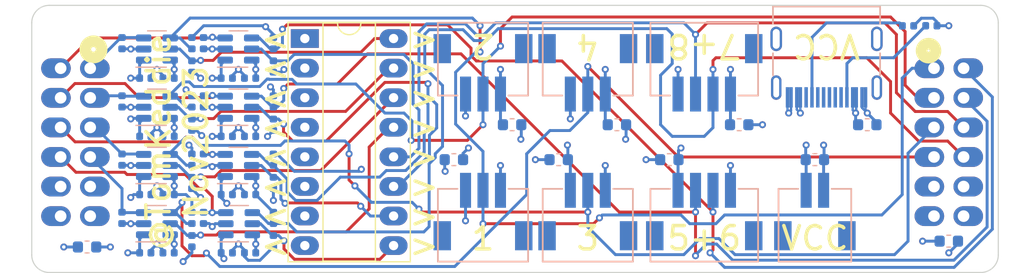
<source format=kicad_pcb>
(kicad_pcb (version 20221018) (generator pcbnew)
  (layers (0 "F.Cu" signal) (1 "In1.Cu" signal) (2 "In2.Cu" signal) (31 "B.Cu" signal) (34 "B.Paste" user) (35 "F.Paste" user) (36 "B.SilkS" user "B.Silkscreen") (37 "F.SilkS" user "F.Silkscreen") (38 "B.Mask" user) (39 "F.Mask" user) (44 "Edge.Cuts" user))
  (net 0 "")
  (net 1 "+3.3V")
  (net 2 "GND")
  (net 3 "VCC")
  (net 4 "/A1")
  (net 5 "/A2")
  (net 6 "/A3")
  (net 7 "/A4")
  (net 8 "/A5")
  (net 9 "/A6")
  (net 10 "/A7")
  (net 11 "/A8")
  (net 12 "/B1")
  (net 13 "/B2")
  (net 14 "/B3")
  (net 15 "/B4")
  (net 16 "/B5")
  (net 17 "/B6")
  (net 18 "/B7")
  (net 19 "/B8")
  (net 20 "Net-(J9-CC1)")
  (net 24 "Net-(J9-CC2)")
  (net 28 "/DIR1")
  (net 29 "/DIR2")
  (net 30 "/DIR3")
  (net 31 "/DIR4")
  (net 32 "/DIR5")
  (net 33 "/DIR6")
  (net 34 "/DIR7")
  (net 35 "/DIR8")
  (footprint "tom-connectors:PMOD_2X6_PTH_RA_SOCKET" (layer "F.Cu") (at 129 100 90)
    (fp_text reference "J2" hide)
    (fp_text value "PMOD-2x6-FEMALE" hide)
  )
  (footprint "tom-connectors:PMOD_2X6_PTH_RA_PLUG" (layer "F.Cu") (at 54 100 -90)
    (fp_text reference "J1" hide)
    (fp_text value "PMOD-2x6-MALE" hide)
  )
  (footprint "tom-semiconductors:DIP-16_W7.62mm_Socket_LongPads" (layer "F.Cu") (at 73.7 91.1)
    (fp_text reference "SW1" hide)
    (fp_text value "SW_DIP_x08" hide)
  )
  (footprint "tom-passives:R_0402_1005Metric" (layer "B.Cu") (at 64 101.5 -90)
    (fp_text reference "R7" hide)
    (fp_text value "100k" hide)
  )
  (footprint "tom-semiconductors:SOT-23-6" (layer "B.Cu") (at 68 97)
    (fp_text reference "U6" hide)
    (fp_text value "SN74LVC1T45DBV" hide)
  )
  (footprint "tom-semiconductors:SOT-23-6" (layer "B.Cu") (at 61 97)
    (fp_text reference "U2" hide)
    (fp_text value "SN74LVC1T45DBV" hide)
  )
  (footprint "tom-passives:C_0603_1608Metric" (layer "B.Cu") (at 95.5 101.5)
    (fp_text reference "C20" hide)
    (fp_text value "10uF/10V/X5R " hide)
  )
  (footprint "tom-passives:R_0402_1005Metric" (layer "B.Cu") (at 71 101.5 -90)
    (fp_text reference "R19" hide)
    (fp_text value "100k" hide)
  )
  (footprint "tom-passives:C_0603_1608Metric" (layer "B.Cu") (at 111 98.5 180)
    (fp_text reference "C23" hide)
    (fp_text value "10uF/10V/X5R " hide)
  )
  (footprint "tom-passives:C_0603_1608Metric" (layer "B.Cu") (at 129 108.5)
    (fp_text reference "C26" hide)
    (fp_text value "10uF/10V/X5R " hide)
  )
  (footprint "tom-passives:R_0402_1005Metric" (layer "B.Cu") (at 71 96.5 -90)
    (fp_text reference "R16" hide)
    (fp_text value "100k" hide)
  )
  (footprint "tom-semiconductors:SOT-23-6" (layer "B.Cu") (at 61 92)
    (fp_text reference "U1" hide)
    (fp_text value "SN74LVC1T45DBV" hide)
  )
  (footprint "tom-connectors:CONN_ZH_3P_HORIZ_C722679" (layer "B.Cu") (at 90.5 104.1333 180)
    (fp_text reference "J3" hide)
    (fp_text value "Conn_01x03" hide)
  )
  (footprint "tom-passives:C_0402_1005Metric" (layer "B.Cu") (at 69 109.5 180)
    (fp_text reference "C16" hide)
    (fp_text value "100nF/16V/X7R " hide)
  )
  (footprint "tom-passives:C_0402_1005Metric" (layer "B.Cu") (at 62 99.5 180)
    (fp_text reference "C4" hide)
    (fp_text value "100nF/16V/X7R " hide)
  )
  (footprint "tom-passives:R_0402_1005Metric" (layer "B.Cu") (at 65 106.5 -90)
    (fp_text reference "R23" hide)
    (fp_text value "100k" hide)
  )
  (footprint "tom-passives:C_0402_1005Metric" (layer "B.Cu") (at 62 109.5 180)
    (fp_text reference "C8" hide)
    (fp_text value "100nF/16V/X7R " hide)
  )
  (footprint "tom-passives:C_0402_1005Metric" (layer "B.Cu") (at 60 109.5)
    (fp_text reference "C7" hide)
    (fp_text value "100nF/16V/X7R " hide)
  )
  (footprint "tom-passives:R_0402_1005Metric" (layer "B.Cu") (at 65 96.5 -90)
    (fp_text reference "R17" hide)
    (fp_text value "100k" hide)
  )
  (footprint "tom-passives:C_0402_1005Metric" (layer "B.Cu") (at 60 104.5)
    (fp_text reference "C5" hide)
    (fp_text value "100nF/16V/X7R " hide)
  )
  (footprint "tom-passives:R_0402_1005Metric" (layer "B.Cu") (at 64 91.5 -90)
    (fp_text reference "R2" hide)
    (fp_text value "100k" hide)
  )
  (footprint "tom-passives:R_0402_1005Metric" (layer "B.Cu") (at 65 101.5 -90)
    (fp_text reference "R20" hide)
    (fp_text value "100k" hide)
  )
  (footprint "tom-passives:R_0402_1005Metric" (layer "B.Cu") (at 58 91.5 -90)
    (fp_text reference "R1" hide)
    (fp_text value "100k" hide)
  )
  (footprint "tom-passives:R_0402_1005Metric" (layer "B.Cu") (at 71 93.5 -90)
    (fp_text reference "R15" hide)
    (fp_text value "100k" hide)
  )
  (footprint "tom-passives:R_0402_1005Metric" (layer "B.Cu") (at 71 106.5 -90)
    (fp_text reference "R22" hide)
    (fp_text value "100k" hide)
  )
  (footprint "tom-semiconductors:SOT-23-6" (layer "B.Cu") (at 68.05369 107)
    (fp_text reference "U8" hide)
    (fp_text value "SN74LVC1T45DBV" hide)
  )
  (footprint "tom-passives:R_0402_1005Metric" (layer "B.Cu") (at 71 103.5 -90)
    (fp_text reference "R21" hide)
    (fp_text value "100k" hide)
  )
  (footprint "tom-passives:C_0402_1005Metric" (layer "B.Cu") (at 67 94.5)
    (fp_text reference "C9" hide)
    (fp_text value "100nF/16V/X7R " hide)
  )
  (footprint "tom-passives:C_0402_1005Metric" (layer "B.Cu") (at 62 94.5 180)
    (fp_text reference "C2" hide)
    (fp_text value "100nF/16V/X7R " hide)
  )
  (footprint "tom-passives:C_0402_1005Metric" (layer "B.Cu") (at 69 104.5 180)
    (fp_text reference "C14" hide)
    (fp_text value "100nF/16V/X7R " hide)
  )
  (footprint "tom-passives:R_0402_1005Metric" (layer "B.Cu") (at 127.5 90)
    (fp_text reference "R26" hide)
    (fp_text value "5.1k" hide)
  )
  (footprint "tom-passives:R_0402_1005Metric" (layer "B.Cu") (at 65 91.5 -90)
    (fp_text reference "R14" hide)
    (fp_text value "100k" hide)
  )
  (footprint "tom-semiconductors:SOT-23-6" (layer "B.Cu") (at 61 102)
    (fp_text reference "U3" hide)
    (fp_text value "SN74LVC1T45DBV" hide)
  )
  (footprint "tom-passives:C_0402_1005Metric" (layer "B.Cu") (at 60 99.5)
    (fp_text reference "C3" hide)
    (fp_text value "100nF/16V/X7R " hide)
  )
  (footprint "tom-connectors:USB_C_Receptacle_LCSC_C165948" (layer "B.Cu") (at 118.5 93)
    (fp_text reference "J9" hide)
    (fp_text value "USB_C_Receptacle_USB2.0" hide)
  )
  (footprint "tom-passives:R_0402_1005Metric" (layer "B.Cu") (at 64 108.5 -90)
    (fp_text reference "R12" hide)
    (fp_text value "100k" hide)
  )
  (footprint "tom-passives:C_0402_1005Metric" (layer "B.Cu") (at 69 99.5 180)
    (fp_text reference "C12" hide)
    (fp_text value "100nF/16V/X7R " hide)
  )
  (footprint "tom-connectors:CONN_ZH_4P_HORIZ_C5248024" (layer "B.Cu") (at 110.25 104.1333 180)
    (fp_text reference "J7" hide)
    (fp_text value "Conn_01x04" hide)
  )
  (footprint "tom-passives:C_0402_1005Metric" (layer "B.Cu") (at 62 104.5 180)
    (fp_text reference "C6" hide)
    (fp_text value "100nF/16V/X7R " hide)
  )
  (footprint "tom-passives:C_0402_1005Metric" (layer "B.Cu") (at 67 104.5)
    (fp_text reference "C13" hide)
    (fp_text value "100nF/16V/X7R " hide)
  )
  (footprint "tom-passives:C_0603_1608Metric" (layer "B.Cu") (at 105 101.5)
    (fp_text reference "C22" hide)
    (fp_text value "10uF/10V/X5R " hide)
  )
  (footprint "tom-passives:C_0603_1608Metric" (layer "B.Cu") (at 100.5 98.5 180)
    (fp_text reference "C21" hide)
    (fp_text value "10uF/10V/X5R " hide)
  )
  (footprint "tom-passives:C_0402_1005Metric" (layer "B.Cu") (at 69 94.5 180)
    (fp_text reference "C10" hide)
    (fp_text value "100nF/16V/X7R " hide)
  )
  (footprint "tom-connectors:CONN_ZH_2P_HORIZ_C265329" (layer "B.Cu") (at 118.25 104.1333 180)
    (fp_text reference "J10" hide)
    (fp_text value "VCCB" hide)
  )
  (footprint "tom-semiconductors:SOT-23-6" (layer "B.Cu") (at 61 107)
    (fp_text reference "U4" hide)
    (fp_text value "SN74LVC1T45DBV" hide)
  )
  (footprint "tom-passives:R_0402_1005Metric" (layer "B.Cu") (at 58 101.5 -90)
    (fp_text reference "R8" hide)
    (fp_text value "100k" hide)
  )
  (footprint "tom-passives:C_0402_1005Metric" (layer "B.Cu") (at 60 94.5)
    (fp_text reference "C1" hide)
    (fp_text value "100nF/16V/X7R " hide)
  )
  (footprint "tom-passives:C_0402_1005Metric" (layer "B.Cu") (at 67 109.5)
    (fp_text reference "C15" hide)
    (fp_text value "100nF/16V/X7R " hide)
  )
  (footprint "tom-connectors:CONN_ZH_3P_HORIZ_C722679" (layer "B.Cu") (at 96.5 95.8667)
    (fp_text reference "J6" hide)
    (fp_text value "Conn_01x03" hide)
  )
  (footprint "tom-passives:R_0402_1005Metric" (layer "B.Cu") (at 64 106.5 -90)
    (fp_text reference "R10" hide)
    (fp_text value "100k" hide)
  )
  (footprint "tom-semiconductors:SOT-23-6" (layer "B.Cu") (at 68 102)
    (fp_text reference "U7" hide)
    (fp_text value "SN74LVC1T45DBV" hide)
  )
  (footprint "tom-passives:R_0402_1005Metric" (layer "B.Cu") (at 64 96.5 -90)
    (fp_text reference "R4" hide)
    (fp_text value "100k" hide)
  )
  (footprint "tom-passives:R_0402_1005Metric" (layer "B.Cu") (at 71 98.5 -90)
    (fp_text reference "R18" hide)
    (fp_text value "100k" hide)
  )
  (footprint "tom-passives:R_0402_1005Metric" (layer "B.Cu") (at 58 106.5 -90)
    (fp_text reference "R11" hide)
    (fp_text value "100k" hide)
  )
  (footprint "tom-passives:R_0402_1005Metric" (layer "B.Cu") (at 64 93.5 -90)
    (fp_text reference "R3" hide)
    (fp_text value "100k" hide)
  )
  (footprint "tom-connectors:CONN_ZH_3P_HORIZ_C722679" (layer "B.Cu") (at 87.5 95.8667)
    (fp_text reference "J4" hide)
    (fp_text value "Conn_01x03" hide)
  )
  (footprint "tom-passives:R_0402_1005Metric" (layer "B.Cu") (at 64 98.5 -90)
    (fp_text reference "R6" hide)
    (fp_text value "100k" hide)
  )
  (footprint "tom-passives:R_0402_1005Metric" (layer "B.Cu") (at 71 91.5 -90)
    (fp_text reference "R13" hide)
    (fp_text value "100k" hide)
  )
  (footprint "tom-connectors:CONN_ZH_3P_HORIZ_C722679" (layer "B.Cu") (at 99.5 104.1333 180)
    (fp_text reference "J5" hide)
    (fp_text value "Conn_01x03" hide)
  )
  (footprint "tom-passives:C_0603_1608Metric" (layer "B.Cu") (at 91.5 98.5 180)
    (fp_text reference "C19" hide)
    (fp_text value "10uF/10V/X5R " hide)
  )
  (footprint "tom-passives:C_0603_1608Metric" (layer "B.Cu") (at 86.5 101.5)
    (fp_text reference "C18" hide)
    (fp_text value "10uF/10V/X5R " hide)
  )
  (footprint "tom-passives:C_0603_1608Metric" (layer "B.Cu") (at 122 98.5)
    (fp_text reference "C17" hide)
    (fp_text value "10uF/10V/X5R " hide)
  )
  (footprint "tom-passives:C_0402_1005Metric" (layer "B.Cu") (at 67 99.5)
    (fp_text reference "C11" hide)
    (fp_text value "100nF/16V/X7R " hide)
  )
  (footprint "tom-semiconductors:SOT-23-6" (layer "B.Cu") (at 68 92)
    (fp_text reference "U5" hide)
    (fp_text value "SN74LVC1T45DBV" hide)
  )
  (footprint "tom-passives:R_0402_1005Metric" (layer "B.Cu") (at 58 96.5 -90)
    (fp_text reference "R5" hide)
    (fp_text value "100k" hide)
  )
  (footprint "tom-passives:R_0402_1005Metric" (layer "B.Cu") (at 125.5 90.01)
    (fp_text reference "R25" hide)
    (fp_text value "5.1k" hide)
  )
  (footprint "tom-passives:R_0402_1005Metric" (layer "B.Cu") (at 71 108.5 -90)
    (fp_text reference "R24" hide)
    (fp_text value "100k" hide)
  )
  (footprint "tom-connectors:CONN_ZH_4P_HORIZ_C5248024" (layer "B.Cu") (at 105.75 95.8667)
    (fp_text reference "J8" hide)
    (fp_text value "Conn_01x04" hide)
  )
  (footprint "tom-passives:C_0603_1608Metric" (layer "B.Cu") (at 55 109 180)
    (fp_text reference "C25" hide)
    (fp_text value "10uF/10V/X5R " hide)
  )
  (footprint "tom-passives:R_0402_1005Metric" (layer "B.Cu") (at 64 103.5 -90)
    (fp_text reference "R9" hide)
    (fp_text value "100k" hide)
  )
  (footprint "tom-passives:C_0603_1608Metric" (layer "B.Cu") (at 117.5 101.5)
    (fp_text reference "C24" hide)
    (fp_text value "10uF/10V/X5R " hide)
  )
  (gr_line (start 133.25 89.75) (end 133.25 109.68934) (stroke (width 0.1)) (layer "Edge.Cuts"))
  (gr_arc (start 131.75 88.25) (mid 132.81066 88.68934) (end 133.25 89.75) (stroke (width 0.1)) (layer "Edge.Cuts"))
  (gr_line (start 50.25 89.75) (end 50.25 109.68934) (stroke (width 0.1)) (layer "Edge.Cuts"))
  (gr_arc (start 51.75 111.18934) (mid 50.68934 110.75) (end 50.25 109.68934) (stroke (width 0.1)) (layer "Edge.Cuts"))
  (gr_arc (start 133.25 109.68934) (mid 132.81066 110.75) (end 131.75 111.18934) (stroke (width 0.1)) (layer "Edge.Cuts"))
  (gr_arc (start 50.25 89.75) (mid 50.68934 88.68934) (end 51.75 88.25) (stroke (width 0.1)) (layer "Edge.Cuts"))
  (gr_line (start 131.75 111.18934) (end 51.75 111.18934) (stroke (width 0.1)) (layer "Edge.Cuts"))
  (gr_line (start 51.75 88.25) (end 131.75 88.25) (stroke (width 0.1)) (layer "Edge.Cuts"))
  (gr_text ">" (at 82.5 92.25) (layer "F.SilkS") (effects (font (size 2 2) (thickness 0.3)) (justify left bottom)))
  (gr_text "<" (at 69.75 109.999998) (layer "F.SilkS") (effects (font (size 2 2) (thickness 0.3)) (justify left bottom)))
  (gr_text ">" (at 82.5 94.785714) (layer "F.SilkS") (effects (font (size 2 2) (thickness 0.3)) (justify left bottom)))
  (gr_text "@TomKeddie\nNov2023" (at 62.75 100 90) (layer "F.SilkS") (effects (font (size 2 2) (thickness 0.3))))
  (gr_text "1" (at 89 108.25) (layer "F.SilkS") (effects (font (size 2 2) (thickness 0.3))))
  (gr_text "<" (at 69.75 104.92857) (layer "F.SilkS") (effects (font (size 2 2) (thickness 0.3)) (justify left bottom)))
  (gr_text "<" (at 69.75 94.785714) (layer "F.SilkS") (effects (font (size 2 2) (thickness 0.3)) (justify left bottom)))
  (gr_text "VCC" (at 117.5 108.25) (layer "F.SilkS") (effects (font (size 2 2) (thickness 0.3))))
  (gr_text "VCC" (at 118.5 91.75 180) (layer "F.SilkS") (effects (font (size 2 2) (thickness 0.3))))
  (gr_text "3" (at 98 108.25) (layer "F.SilkS") (effects (font (size 2 2) (thickness 0.3))))
  (gr_text "4" (at 98 91.75 180) (layer "F.SilkS") (effects (font (size 2 2) (thickness 0.3))))
  (gr_text ">" (at 82.5 107.464284) (layer "F.SilkS") (effects (font (size 2 2) (thickness 0.3)) (justify left bottom)))
  (gr_text "7+8" (at 108 91.75 180) (layer "F.SilkS") (effects (font (size 2 2) (thickness 0.3))))
  (gr_text "<" (at 69.75 92.25) (layer "F.SilkS") (effects (font (size 2 2) (thickness 0.3)) (justify left bottom)))
  (gr_text ">" (at 82.5 109.999998) (layer "F.SilkS") (effects (font (size 2 2) (thickness 0.3)) (justify left bottom)))
  (gr_text "5+6" (at 108 108.25) (layer "F.SilkS") (effects (font (size 2 2) (thickness 0.3))))
  (gr_text "<" (at 69.75 99.857142) (layer "F.SilkS") (effects (font (size 2 2) (thickness 0.3)) (justify left bottom)))
  (gr_text ">" (at 82.5 97.321428) (layer "F.SilkS") (effects (font (size 2 2) (thickness 0.3)) (justify left bottom)))
  (gr_text "<" (at 69.75 102.392856) (layer "F.SilkS") (effects (font (size 2 2) (thickness 0.3)) (justify left bottom)))
  (gr_text ">" (at 82.5 102.392856) (layer "F.SilkS") (effects (font (size 2 2) (thickness 0.3)) (justify left bottom)))
  (gr_text ">" (at 82.5 99.857142) (layer "F.SilkS") (effects (font (size 2 2) (thickness 0.3)) (justify left bottom)))
  (gr_text "2" (at 89 91.75 180) (layer "F.SilkS") (effects (font (size 2 2) (thickness 0.3))))
  (gr_text ">" (at 82.5 104.92857) (layer "F.SilkS") (effects (font (size 2 2) (thickness 0.3)) (justify left bottom)))
  (gr_text "<" (at 69.75 97.321428) (layer "F.SilkS") (effects (font (size 2 2) (thickness 0.3)) (justify left bottom)))
  (gr_text "<" (at 69.75 107.464284) (layer "F.SilkS") (effects (font (size 2 2) (thickness 0.3)) (justify left bottom)))
  (via (at 58.5 109.5) (size 0.6) (drill 0.3) (layers "F.Cu" "B.Cu") (net 1))
  (via (at 67 105.25) (size 0.6) (drill 0.3) (layers "F.Cu" "B.Cu") (net 1))
  (via (at 58.75 94.5) (size 0.6) (drill 0.3) (layers "F.Cu" "B.Cu") (net 1))
  (via (at 66.75 110) (size 0.6) (drill 0.3) (layers "F.Cu" "B.Cu") (net 1))
  (via (at 65.75 94.5) (size 0.6) (drill 0.3) (layers "F.Cu" "B.Cu") (net 1))
  (via (at 58.75 104.75) (size 0.6) (drill 0.3) (layers "F.Cu" "B.Cu") (net 1))
  (via (at 57 109) (size 0.6) (drill 0.3) (layers "F.Cu" "B.Cu") (net 1))
  (via (at 65.75 99.5) (size 0.6) (drill 0.3) (layers "F.Cu" "B.Cu") (net 1))
  (via (at 58.75 98) (size 0.6) (drill 0.3) (layers "F.Cu" "B.Cu") (net 1))
  (segment (start 59.8625 97.95) (end 59.515 98.2975) (width 0.25) (layer "B.Cu") (net 1))
  (segment (start 59.8625 92.95) (end 59.515 93.2975) (width 0.25) (layer "B.Cu") (net 1))
  (segment (start 59.515 93.2975) (end 59.515 94.5) (width 0.25) (layer "B.Cu") (net 1))
  (segment (start 66.515 98.2975) (end 66.515 99.5) (width 0.25) (layer "B.Cu") (net 1))
  (segment (start 66.515 109.5) (end 66.515 109.765) (width 0.25) (layer "B.Cu") (net 1))
  (segment (start 66.8625 92.95) (end 66.515 93.2975) (width 0.25) (layer "B.Cu") (net 1))
  (segment (start 59.515 109.5) (end 58.5 109.5) (width 0.25) (layer "B.Cu") (net 1))
  (segment (start 66.8625 102.95) (end 66.515 103.2975) (width 0.25) (layer "B.Cu") (net 1))
  (segment (start 59 104.5) (end 58.75 104.75) (width 0.25) (layer "B.Cu") (net 1))
  (segment (start 66.91619 107.95) (end 66.515 108.35119) (width 0.25) (layer "B.Cu") (net 1))
  (segment (start 59.8625 97.95) (end 58.8 97.95) (width 0.25) (layer "B.Cu") (net 1))
  (segment (start 59.8625 107.95) (end 59.515 108.2975) (width 0.25) (layer "B.Cu") (net 1))
  (segment (start 66.515 94.5) (end 65.75 94.5) (width 0.25) (layer "B.Cu") (net 1))
  (segment (start 66.8625 97.95) (end 66.515 98.2975) (width 0.25) (layer "B.Cu") (net 1))
  (segment (start 66.515 103.2975) (end 66.515 104.5) (width 0.25) (layer "B.Cu") (net 1))
  (segment (start 66.515 104.765) (end 67 105.25) (width 0.25) (layer "B.Cu") (net 1))
  (segment (start 66.515 109.765) (end 66.75 110) (width 0.25) (layer "B.Cu") (net 1))
  (segment (start 66.515 104.5) (end 66.515 104.765) (width 0.25) (layer "B.Cu") (net 1))
  (segment (start 59.515 98.2975) (end 59.515 99.5) (width 0.25) (layer "B.Cu") (net 1))
  (segment (start 59.515 94.5) (end 58.75 94.5) (width 0.25) (layer "B.Cu") (net 1))
  (segment (start 59.8625 102.95) (end 59.515 103.2975) (width 0.25) (layer "B.Cu") (net 1))
  (segment (start 58.8 97.95) (end 58.75 98) (width 0.25) (layer "B.Cu") (net 1))
  (segment (start 59.515 108.2975) (end 59.515 109.5) (width 0.25) (layer "B.Cu") (net 1))
  (segment (start 66.515 108.35119) (end 66.515 109.5) (width 0.25) (layer "B.Cu") (net 1))
  (segment (start 59.515 104.5) (end 59 104.5) (width 0.25) (layer "B.Cu") (net 1))
  (segment (start 59.515 103.2975) (end 59.515 104.5) (width 0.25) (layer "B.Cu") (net 1))
  (segment (start 66.515 93.2975) (end 66.515 94.5) (width 0.25) (layer "B.Cu") (net 1))
  (segment (start 55.7875 109) (end 57 109) (width 0.25) (layer "B.Cu") (net 1))
  (segment (start 66.515 99.5) (end 65.75 99.5) (width 0.25) (layer "B.Cu") (net 1))
  (via (at 71.905483 93.757998) (size 0.6) (drill 0.3) (layers "F.Cu" "B.Cu") (net 2))
  (via (at 85.75 102.5) (size 0.6) (drill 0.3) (layers "F.Cu" "B.Cu") (net 2))
  (via (at 68 93.75) (size 0.6) (drill 0.3) (layers "F.Cu" "B.Cu") (net 2))
  (via (at 90.5 102) (size 0.6) (drill 0.3) (layers "F.Cu" "B.Cu") (net 2))
  (via (at 99.5 102) (size 0.6) (drill 0.3) (layers "F.Cu" "B.Cu") (net 2))
  (via (at 101.25 99.75) (size 0.6) (drill 0.3) (layers "F.Cu" "B.Cu") (net 2))
  (via (at 70.5 99.5) (size 0.6) (drill 0.3) (layers "F.Cu" "B.Cu") (net 2))
  (via (at 58.75 92) (size 0.6) (drill 0.3) (layers "F.Cu" "B.Cu") (net 2))
  (via (at 61 93.75) (size 0.6) (drill 0.3) (layers "F.Cu" "B.Cu") (net 2))
  (via (at 63.25 110.25) (size 0.6) (drill 0.3) (layers "F.Cu" "B.Cu") (net 2))
  (via (at 58.75 107) (size 0.6) (drill 0.3) (layers "F.Cu" "B.Cu") (net 2))
  (via (at 64.842724 99.433533) (size 0.6) (drill 0.3) (layers "F.Cu" "B.Cu") (net 2))
  (via (at 129 90) (size 0.6) (drill 0.3) (layers "F.Cu" "B.Cu") (net 2))
  (via (at 65.75 97) (size 0.6) (drill 0.3) (layers "F.Cu" "B.Cu") (net 2))
  (via (at 110.25 102) (size 0.6) (drill 0.3) (layers "F.Cu" "B.Cu") (net 2))
  (via (at 103 101.5) (size 0.6) (drill 0.3) (layers "F.Cu" "B.Cu") (net 2))
  (via (at 65.75 92) (size 0.6) (drill 0.3) (layers "F.Cu" "B.Cu") (net 2))
  (via (at 68 103.75) (size 0.6) (drill 0.3) (layers "F.Cu" "B.Cu") (net 2))
  (via (at 61 103.75) (size 0.6) (drill 0.3) (layers "F.Cu" "B.Cu") (net 2))
  (via (at 61 108.75) (size 0.6) (drill 0.3) (layers "F.Cu" "B.Cu") (net 2))
  (via (at 105.75 93.75) (size 0.6) (drill 0.3) (layers "F.Cu" "B.Cu") (net 2))
  (via (at 122 97.5) (size 0.6) (drill 0.3) (layers "F.Cu" "B.Cu") (net 2))
  (via (at 64.75 104.75) (size 0.6) (drill 0.3) (layers "F.Cu" "B.Cu") (net 2))
  (via (at 113 98.5) (size 0.6) (drill 0.3) (layers "F.Cu" "B.Cu") (net 2))
  (via (at 64.75 94.5) (size 0.6) (drill 0.3) (layers "F.Cu" "B.Cu") (net 2))
  (via (at 71 105) (size 0.6) (drill 0.3) (layers "F.Cu" "B.Cu") (net 2))
  (via (at 68 98.75) (size 0.6) (drill 0.3) (layers "F.Cu" "B.Cu") (net 2))
  (via (at 68 108.75) (size 0.6) (drill 0.3) (layers "F.Cu" "B.Cu") (net 2))
  (via (at 53 109) (size 0.6) (drill 0.3) (layers "F.Cu" "B.Cu") (net 2))
  (via (at 65.75 107.25) (size 0.6) (drill 0.3) (layers "F.Cu" "B.Cu") (net 2))
  (via (at 93.5 101.5) (size 0.6) (drill 0.3) (layers "F.Cu" "B.Cu") (net 2))
  (via (at 92.25 99.75) (size 0.6) (drill 0.3) (layers "F.Cu" "B.Cu") (net 2))
  (via (at 65.748191 102.09983) (size 0.6) (drill 0.3) (layers "F.Cu" "B.Cu") (net 2))
  (via (at 58.75 97) (size 0.6) (drill 0.3) (layers "F.Cu" "B.Cu") (net 2))
  (via (at 129 109.5) (size 0.6) (drill 0.3) (layers "F.Cu" "B.Cu") (net 2))
  (via (at 58.75 102) (size 0.6) (drill 0.3) (layers "F.Cu" "B.Cu") (net 2))
  (via (at 115.25 97.5) (size 0.6) (drill 0.3) (layers "F.Cu" "B.Cu") (net 2))
  (via (at 118.25 100.25) (size 0.6) (drill 0.3) (layers "F.Cu" "B.Cu") (net 2))
  (via (at 61 98.75) (size 0.6) (drill 0.3) (layers "F.Cu" "B.Cu") (net 2))
  (via (at 96.5 98) (size 0.6) (drill 0.3) (layers "F.Cu" "B.Cu") (net 2))
  (via (at 87.5 97.75) (size 0.6) (drill 0.3) (layers "F.Cu" "B.Cu") (net 2))
  (segment (start 121.85 97.35) (end 122 97.5) (width 0.2) (layer "B.Cu") (net 2))
  (segment (start 67.485 94.5) (end 67.485 94.265) (width 0.25) (layer "B.Cu") (net 2))
  (segment (start 68.840001 110.145) (end 68.515 109.819999) (width 0.25) (layer "B.Cu") (net 2))
  (segment (start 65.735 96.985) (end 65.75 97) (width 0.25) (layer "B.Cu") (net 2))
  (segment (start 58.75 102) (end 59.8625 102) (width 0.25) (layer "B.Cu") (net 2))
  (segment (start 65 106.985) (end 65.485 106.985) (width 0.25) (layer "B.Cu") (net 2))
  (segment (start 111.7875 98.5) (end 113 98.5) (width 0.25) (layer "B.Cu") (net 2))
  (segment (start 90.5 104.1333) (end 90.5 102) (width 0.25) (layer "B.Cu") (net 2))
  (segment (start 61.515 99.265) (end 61 98.75) (width 0.25) (layer "B.Cu") (net 2))
  (segment (start 105.75 95.8667) (end 105.75 93.75) (width 0.25) (layer "B.Cu") (net 2))
  (segment (start 71 99) (end 70.5 99.5) (width 0.25) (layer "B.Cu") (net 2))
  (segment (start 58.75 92) (end 59.8625 92) (width 0.25) (layer "B.Cu") (net 2))
  (segment (start 68.515 94.265) (end 68 93.75) (width 0.25) (layer "B.Cu") (net 2))
  (segment (start 66.8625 102) (end 65.848021 102) (width 0.25) (layer "B.Cu") (net 2))
  (segment (start 61.515 99.5) (end 61.515 99.265) (width 0.25) (layer "B.Cu") (net 2))
  (segment (start 85.7125 102.4625) (end 85.75 102.5) (width 0.25) (layer "B.Cu") (net 2))
  (segment (start 87.5 95.8667) (end 87.5 97.75) (width 0.25) (layer "B.Cu") (net 2))
  (segment (start 65 96.985) (end 65.735 96.985) (width 0.25) (layer "B.Cu") (net 2))
  (segment (start 60.485 94.265) (end 61 93.75) (width 0.25) (layer "B.Cu") (net 2))
  (segment (start 71 103.985) (end 71 105) (width 0.25) (layer "B.Cu") (net 2))
  (segment (start 58.735 101.985) (end 58.75 102) (width 0.25) (layer "B.Cu") (net 2))
  (segment (start 92.2875 98.5) (end 92.2875 99.7125) (width 0.25) (layer "B.Cu") (net 2))
  (segment (start 64.235 93.985) (end 64.75 94.5) (width 0.25) (layer "B.Cu") (net 2))
  (segment (start 61.515 104.5) (end 61.515 104.265) (width 0.25) (layer "B.Cu") (net 2))
  (segment (start 58 96.985) (end 58.735 96.985) (width 0.25) (layer "B.Cu") (net 2))
  (segment (start 127.985 90) (end 129 90) (width 0.25) (layer "B.Cu") (net 2))
  (segment (start 65.485 106.985) (end 65.75 107.25) (width 0.25) (layer "B.Cu") (net 2))
  (segment (start 60.485 109.265) (end 61 108.75) (width 0.25) (layer "B.Cu") (net 2))
  (segment (start 69.84 110.145) (end 68.840001 110.145) (width 0.25) (layer "B.Cu") (net 2))
  (segment (start 65.75 97) (end 66.8625 97) (width 0.25) (layer "B.Cu") (net 2))
  (segment (start 64 109.5) (end 63.25 110.25) (width 0.25) (layer "B.Cu") (net 2))
  (segment (start 60.485 99.5) (end 60.485 99.265) (width 0.25) (layer "B.Cu") (net 2))
  (segment (start 101.2875 98.5) (end 101.2875 99.7125) (width 0.25) (layer "B.Cu") (net 2))
  (segment (start 129.7875 108.7125) (end 129 109.5) (width 0.25) (layer "B.Cu") (net 2))
  (segment (start 125.985 90.01) (end 126.64 89.355) (width 0.25) (layer "B.Cu") (net 2))
  (segment (start 60.485 94.5) (end 60.485 94.265) (width 0.25) (layer "B.Cu") (net 2))
  (segment (start 60.485 99.265) (end 61 98.75) (width 0.25) (layer "B.Cu") (net 2))
  (segment (start 58.735 96.985) (end 58.75 97) (width 0.25) (layer "B.Cu") (net 2))
  (segment (start 68.515 94.5) (end 68.515 94.265) (width 0.25) (layer "B.Cu") (net 2))
  (segment (start 115.45 97.3) (end 115.25 97.5) (width 0.2) (layer "B.Cu") (net 2))
  (segment (start 127.985 89.680001) (end 127.985 90) (width 0.25) (layer "B.Cu") (net 2))
  (segment (start 68.515 99.265) (end 68 98.75) (width 0.25) (layer "B.Cu") (net 2))
  (segment (start 64 108.985) (end 64 109.5) (width 0.25) (layer "B.Cu") (net 2))
  (segment (start 71 93.985) (end 71.678481 93.985) (width 0.25) (layer "B.Cu") (net 2))
  (segment (start 61.515 109.5) (end 61.515 109.265) (width 0.25) (layer "B.Cu") (net 2))
  (segment (start 58 106.985) (end 58.735 106.985) (width 0.25) (layer "B.Cu") (net 2))
  (segment (start 110.25 104.1333) (end 110.25 102) (width 0.25) (layer "B.Cu") (net 2))
  (segment (start 64 93.985) (end 64.235 93.985) (width 0.25) (layer "B.Cu") (net 2))
  (segment (start 61.515 94.265) (end 61 93.75) (width 0.25) (layer "B.Cu") (net 2))
  (segment (start 68.515 104.265) (end 68 103.75) (width 0.25) (layer "B.Cu") (net 2))
  (segment (start 101.2875 99.7125) (end 101.25 99.75) (width 0.2) (layer "B.Cu") (net 2))
  (segment (start 67.485 99.5) (end 67.485 99.265) (width 0.25) (layer "B.Cu") (net 2))
  (segment (start 67.485 109.5) (end 67.485 109.265) (width 0.25) (layer "B.Cu") (net 2))
  (segment (start 71 108.985) (end 69.84 110.145) (width 0.25) (layer "B.Cu") (net 2))
  (segment (start 60.485 109.5) (end 60.485 109.265) (width 0.25) (layer "B.Cu") (net 2))
  (segment (start 58.75 97) (end 59.8625 97) (width 0.25) (layer "B.Cu") (net 2))
  (segment (start 61.515 109.265) (end 61 108.75) (width 0.25) (layer "B.Cu") (net 2))
  (segment (start 65 101.985) (end 65.633361 101.985) (width 0.25) (layer "B.Cu") (net 2))
  (segment (start 115.45 96.15) (end 115.45 97.3) (width 0.2) (layer "B.Cu") (net 2))
  (segment (start 65.75 107.25) (end 66 107) (width 0.25) (layer "B.Cu") (net 2))
  (segment (start 54.2125 109) (end 53 109) (width 0.25) (layer "B.Cu") (net 2))
  (segment (start 58.75 107) (end 59.8625 107) (width 0.25) (layer "B.Cu") (net 2))
  (segment (start 64 98.985) (end 64.394191 98.985) (width 0.25) (layer "B.Cu") (net 2))
  (segment (start 64.394191 98.985) (end 64.842724 99.433533) (width 0.25) (layer "B.Cu") (net 2))
  (segment (start 68.515 109.5) (end 68.515 109.265) (width 0.25) (layer "B.Cu") (net 2))
  (segment (start 71.678481 93.985) (end 71.905483 93.757998) (width 0.25) (layer "B.Cu") (net 2))
  (segment (start 122.7875 98.5) (end 122.7875 98.2875) (width 0.25) (layer "B.Cu") (net 2))
  (segment (start 121.55 96.15) (end 121.55 97.05) (width 0.2) (layer "B.Cu") (net 2))
  (segment (start 58 91.985) (end 58.735 91.985) (width 0.25) (layer "B.Cu") (net 2))
  (segment (start 58 101.985) (end 58.735 101.985) (width 0.25) (layer "B.Cu") (net 2))
  (segment (start 66 107) (end 66.91619 107) (width 0.25) (layer "B.Cu") (net 2))
  (segment (start 85.7125 101.5) (end 85.7125 102.4625) (width 0.25) (layer "B.Cu") (net 2))
  (segment (start 118.2875 101.5) (end 118.2875 100.2875) (width 0.25) (layer "B.Cu") (net 2))
  (segment (start 60.485 104.5) (end 60.485 104.265) (width 0.25) (layer "B.Cu") (net 2))
  (segment (start 67.485 109.265) (end 68 108.75) (width 0.25) (layer "B.Cu") (net 2))
  (segment (start 68.515 109.265) (end 68 108.75) (width 0.25) (layer "B.Cu") (net 2))
  (segment (start 68.515 99.5) (end 68.515 99.265) (width 0.25) (layer "B.Cu") (net 2))
  (segment (start 65 91.985) (end 65.735 91.985) (width 0.25) (layer "B.Cu") (net 2))
  (segment (start 121.55 97.05) (end 122 97.5) (width 0.2) (layer "B.Cu") (net 2))
  (segment (start 68.515 109.819999) (end 68.515 109.5) (width 0.25) (layer "B.Cu") (net 2))
  (segment (start 65.633361 101.985) (end 65.748191 102.09983) (width 0.25) (layer "B.Cu") (net 2))
  (segment (start 67.485 104.265) (end 68 103.75) (width 0.25) (layer "B.Cu") (net 2))
  (segment (start 94.7125 101.5) (end 93.5 101.5) (width 0.25) (layer "B.Cu") (net 2))
  (segment (start 118.25 104.1333) (end 118.25 101.5375) (width 0.25) (layer "B.Cu") (net 2))
  (segment (start 126.64 89.355) (end 127.659999 89.355) (width 0.25) (layer "B.Cu") (net 2))
  (segment (start 65.848021 102) (end 65.748191 102.09983) (width 0.25) (layer "B.Cu") (net 2))
  (segment (start 127.659999 89.355) (end 127.985 89.680001) (width 0.25) (layer "B.Cu") (net 2))
  (segment (start 122.7875 98.2875) (end 122 97.5) (width 0.25) (layer "B.Cu") (net 2))
  (segment (start 99.5 104.1333) (end 99.5 102) (width 0.25) (layer "B.Cu") (net 2))
  (segment (start 65.75 92) (end 66.8625 92) (width 0.25) (layer "B.Cu") (net 2))
  (segment (start 68.515 104.5) (end 68.515 104.265) (width 0.25) (layer "B.Cu") (net 2))
  (segment (start 121.85 96.15) (end 121.85 97.35) (width 0.2) (layer "B.Cu") (net 2))
  (segment (start 67.485 94.265) (end 68 93.75) (width 0.25) (layer "B.Cu") (net 2))
  (segment (start 118.2875 100.2875) (end 118.25 100.25) (width 0.2) (layer "B.Cu") (net 2))
  (segment (start 115.15 97.4) (end 115.25 97.5) (width 0.2) (layer "B.Cu") (net 2))
  (segment (start 67.485 99.265) (end 68 98.75) (width 0.25) (layer "B.Cu") (net 2))
  (segment (start 58.735 106.985) (end 58.75 107) (width 0.25) (layer "B.Cu") (net 2))
  (segment (start 58.735 91.985) (end 58.75 92) (width 0.25) (layer "B.Cu") (net 2))
  (segment (start 61.515 94.5) (end 61.515 94.265) (width 0.25) (layer "B.Cu") (net 2))
  (segment (start 104.2125 101.5) (end 103 101.5) (width 0.25) (layer "B.Cu") (net 2))
  (segment (start 61.515 104.265) (end 61 103.75) (width 0.25) (layer "B.Cu") (net 2))
  (segment (start 60.485 104.265) (end 61 103.75) (width 0.25) (layer "B.Cu") (net 2))
  (segment (start 64 104) (end 64.75 104.75) (width 0.25) (layer "B.Cu") (net 2))
  (segment (start 96.5 95.8667) (end 96.5 98) (width 0.25) (layer "B.Cu") (net 2))
  (segment (start 67.485 104.5) (end 67.485 104.265) (width 0.25) (layer "B.Cu") (net 2))
  (segment (start 65.735 91.985) (end 65.75 92) (width 0.25) (layer "B.Cu") (net 2))
  (segment (start 92.2875 99.7125) (end 92.25 99.75) (width 0.25) (layer "B.Cu") (net 2))
  (segment (start 115.15 96.15) (end 115.15 97.4) (width 0.2) (layer "B.Cu") (net 2))
  (via (at 69.485 93.75) (size 0.6) (drill 0.3) (layers "F.Cu" "B.Cu") (net 3))
  (via (at 121 97.5) (size 0.6) (drill 0.3) (layers "F.Cu" "B.Cu") (net 3))
  (via (at 126.75 108.5) (size 0.6) (drill 0.3) (layers "F.Cu" "B.Cu") (net 3))
  (via (at 116.75 100.25) (size 0.6) (drill 0.3) (layers "F.Cu" "B.Cu") (net 3))
  (via (at 70.75 95.25) (size 0.6) (drill 0.3) (layers "F.Cu" "B.Cu") (net 3))
  (via (at 110.25 93.75) (size 0.6) (drill 0.3) (layers "F.Cu" "B.Cu") (net 3))
  (via (at 69.485 98.75) (size 0.6) (drill 0.3) (layers "F.Cu" "B.Cu") (net 3))
  (via (at 70.333271 90.083271) (size 0.6) (drill 0.3) (layers "F.Cu" "B.Cu") (net 3))
  (via (at 116.25 97.5) (size 0.6) (drill 0.3) (layers "F.Cu" "B.Cu") (net 3))
  (via (at 62.485 108.75) (size 0.6) (drill 0.3) (layers "F.Cu" "B.Cu") (net 3))
  (via (at 62.485 93.75) (size 0.6) (drill 0.3) (layers "F.Cu" "B.Cu") (net 3))
  (via (at 87.5 106.75) (size 0.6) (drill 0.3) (layers "F.Cu" "B.Cu") (net 3))
  (via (at 96.25 100.25) (size 0.6) (drill 0.3) (layers "F.Cu" "B.Cu") (net 3))
  (via (at 78.55187 102.325) (size 0.6) (drill 0.3) (layers "F.Cu" "B.Cu") (net 3))
  (via (at 63.5 95.5) (size 0.6) (drill 0.3) (layers "F.Cu" "B.Cu") (net 3))
  (via (at 62.485 98.75) (size 0.6) (drill 0.3) (layers "F.Cu" "B.Cu") (net 3))
  (via (at 106 100.5) (size 0.6) (drill 0.3) (layers "F.Cu" "B.Cu") (net 3))
  (via (at 62.485 103.75) (size 0.6) (drill 0.3) (layers "F.Cu" "B.Cu") (net 3))
  (via (at 63.75 100.25) (size 0.6) (drill 0.3) (layers "F.Cu" "B.Cu") (net 3))
  (via (at 99.5 93.75) (size 0.6) (drill 0.3) (layers "F.Cu" "B.Cu") (net 3))
  (via (at 90.5 93.75) (size 0.6) (drill 0.3) (layers "F.Cu" "B.Cu") (net 3))
  (via (at 87.75 100.5) (size 0.6) (drill 0.3) (layers "F.Cu" "B.Cu") (net 3))
  (via (at 69.485 103.75) (size 0.6) (drill 0.3) (layers "F.Cu" "B.Cu") (net 3))
  (via (at 69.485 108.75) (size 0.6) (drill 0.3) (layers "F.Cu" "B.Cu") (net 3))
  (segment (start 87.500001 104.1333) (end 87.5 106.75) (width 0.25) (layer "B.Cu") (net 3))
  (segment (start 62.1375 107.95) (end 62.485 108.2975) (width 0.25) (layer "B.Cu") (net 3))
  (segment (start 71 90.75) (end 70.333271 90.083271) (width 0.25) (layer "B.Cu") (net 3))
  (segment (start 69.1375 97.95) (end 69.485 98.2975) (width 0.25) (layer "B.Cu") (net 3))
  (segment (start 69.485 109.5) (end 69.485 108.75) (width 0.25) (layer "B.Cu") (net 3))
  (segment (start 69.19119 107.95) (end 69.485 108.24381) (width 0.25) (layer "B.Cu") (net 3))
  (segment (start 96.2875 100.2875) (end 96.25 100.25) (width 0.2) (layer "B.Cu") (net 3))
  (segment (start 62.485 109.5) (end 62.485 108.75) (width 0.25) (layer "B.Cu") (net 3))
  (segment (start 62.485 103.2975) (end 62.1375 102.95) (width 0.25) (layer "B.Cu") (net 3))
  (segment (start 121.05 96.15) (end 121.05 97.45) (width 0.2) (layer "B.Cu") (net 3))
  (segment (start 116.7125 101.5) (end 116.7125 100.2875) (width 0.25) (layer "B.Cu") (net 3))
  (segment (start 65.015 90) (end 70.25 90) (width 0.25) (layer "B.Cu") (net 3))
  (segment (start 63.5 104.5) (end 62.485 104.5) (width 0.25) (layer "B.Cu") (net 3))
  (segment (start 62.485 98.2975) (end 62.485 98.75) (width 0.25) (layer "B.Cu") (net 3))
  (segment (start 115.95 96.15) (end 115.95 97.2) (width 0.2) (layer "B.Cu") (net 3))
  (segment (start 70.25 90) (end 70.333271 90.083271) (width 0.25) (layer "B.Cu") (net 3))
  (segment (start 96.2875 101.5) (end 96.2875 100.2875) (width 0.25) (layer "B.Cu") (net 3))
  (segment (start 71 106.015) (end 69.485 104.5) (width 0.25) (layer "B.Cu") (net 3))
  (segment (start 99.499999 95.8667) (end 99.5 93.75) (width 0.25) (layer "B.Cu") (net 3))
  (segment (start 62.485 104.5) (end 62.485 103.75) (width 0.25) (layer "B.Cu") (net 3))
  (segment (start 116.7125 100.2875) (end 116.75 100.25) (width 0.2) (layer "B.Cu") (net 3))
  (segment (start 62.485 93.2975) (end 62.485 93.75) (width 0.25) (layer "B.Cu") (net 3))
  (segment (start 71 95.5) (end 70.75 95.25) (width 0.25) (layer "B.Cu") (net 3))
  (segment (start 121 97.5) (end 121 98.2875) (width 0.25) (layer "B.Cu") (net 3))
  (segment (start 90.499999 95.8667) (end 90.5 93.75) (width 0.25) (layer "B.Cu") (net 3))
  (segment (start 69.485 103.2975) (end 69.485 103.75) (width 0.25) (layer "B.Cu") (net 3))
  (segment (start 105.750001 104.1333) (end 105.750001 101.537499) (width 0.25) (layer "B.Cu") (net 3))
  (segment (start 69.485 108.24381) (end 69.485 108.75) (width 0.25) (layer "B.Cu") (net 3))
  (segment (start 71 91.015) (end 71 90.75) (width 0.25) (layer "B.Cu") (net 3))
  (segment (start 120.75 97.25) (end 121 97.5) (width 0.2) (layer "B.Cu") (net 3))
  (segment (start 90.499999 95.8667) (end 90.499999 98.287499) (width 0.25) (layer "B.Cu") (net 3))
  (segment (start 116.25 96.15) (end 116.25 97.5) (width 0.2) (layer "B.Cu") (net 3))
  (segment (start 62.485 99.5) (end 62.485 98.75) (width 0.25) (layer "B.Cu") (net 3))
  (segment (start 64 100.5) (end 63.75 100.25) (width 0.25) (layer "B.Cu") (net 3))
  (segment (start 62.1375 92.95) (end 62.485 93.2975) (width 0.25) (layer "B.Cu") (net 3))
  (segment (start 69.485 104.5) (end 69.485 103.75) (width 0.25) (layer "B.Cu") (net 3))
  (segment (start 110.249999 95.8667) (end 110.25 93.75) (width 0.25) (layer "B.Cu") (net 3))
  (segment (start 64 91.015) (end 65.015 90) (width 0.25) (layer "B.Cu") (net 3))
  (segment (start 69.485 93.2975) (end 69.485 94.5) (width 0.25) (layer "B.Cu") (net 3))
  (segment (start 71.319999 101.015) (end 72.804999 102.5) (width 0.25) (layer "B.Cu") (net 3))
  (segment (start 71 101.015) (end 71.319999 101.015) (width 0.25) (layer "B.Cu") (net 3))
  (segment (start 116.75 104.1333) (end 116.75 101.5375) (width 0.25) (layer "B.Cu") (net 3))
  (segment (start 71 96.015) (end 71 95.5) (width 0.25) (layer "B.Cu") (net 3))
  (segment (start 121.05 97.45) (end 121 97.5) (width 0.2) (layer "B.Cu") (net 3))
  (segment (start 62.485 93.75) (end 62.485 94.5) (width 0.25) (layer "B.Cu") (net 3))
  (segment (start 69.1375 102.95) (end 69.485 103.2975) (width 0.25) (layer "B.Cu") (net 3))
  (segment (start 64 101.015) (end 64 100.5) (width 0.25) (layer "B.Cu") (net 3))
  (segment (start 62.485 108.2975) (end 62.485 108.75) (width 0.25) (layer "B.Cu") (net 3))
  (segment (start 64 105) (end 63.5 104.5) (width 0.25) (layer "B.Cu") (net 3))
  (segment (start 87.2875 101.5) (end 87.2875 100.9625) (width 0.25) (layer "B.Cu") (net 3))
  (segment (start 64 96) (end 63.5 95.5) (width 0.25) (layer "B.Cu") (net 3))
  (segment (start 128.2125 108.5) (end 126.75 108.5) (width 0.25) (layer "B.Cu") (net 3))
  (segment (start 120.75 96.15) (end 120.75 97.25) (width 0.2) (layer "B.Cu") (net 3))
  (segment (start 105.7875 100.7125) (end 106 100.5) (width 0.25) (layer "B.Cu") (net 3))
  (segment (start 72.804999 102.5) (end 78.37687 102.5) (width 0.25) (layer "B.Cu") (net 3))
  (segment (start 115.95 97.2) (end 116.25 97.5) (width 0.2) (layer "B.Cu") (net 3))
  (segment (start 64 106.015) (end 64 105) (width 0.25) (layer "B.Cu") (net 3))
  (segment (start 99.499999 95.8667) (end 99.499999 98.287499) (width 0.25) (layer "B.Cu") (net 3))
  (segment (start 121 98.2875) (end 121.2125 98.5) (width 0.25) (layer "B.Cu") (net 3))
  (segment (start 96.500001 104.1333) (end 96.500001 101.712501) (width 0.25) (layer "B.Cu") (net 3))
  (segment (start 69.485 98.2975) (end 69.485 98.75) (width 0.25) (layer "B.Cu") (net 3))
  (segment (start 110.249999 95.8667) (end 110.249999 98.462501) (width 0.25) (layer "B.Cu") (net 3))
  (segment (start 87.2875 100.9625) (end 87.75 100.5) (width 0.25) (layer "B.Cu") (net 3))
  (segment (start 78.37687 102.5) (end 78.55187 102.325) (width 0.25) (layer "B.Cu") (net 3))
  (segment (start 62.485 103.75) (end 62.485 103.2975) (width 0.25) (layer "B.Cu") (net 3))
  (segment (start 69.1375 92.95) (end 69.485 93.2975) (width 0.25) (layer "B.Cu") (net 3))
  (segment (start 105.7875 101.5) (end 105.7875 100.7125) (width 0.25) (layer "B.Cu") (net 3))
  (segment (start 62.1375 97.95) (end 62.485 98.2975) (width 0.25) (layer "B.Cu") (net 3))
  (segment (start 69.485 99.5) (end 69.485 98.75) (width 0.25) (layer "B.Cu") (net 3))
  (segment (start 58 91.015) (end 59.8275 91.015) (width 0.25) (layer "B.Cu") (net 4))
  (segment (start 55.271986 93.65) (end 57.906986 91.015) (width 0.25) (layer "B.Cu") (net 4))
  (segment (start 55.445 96.015) (end 58 96.015) (width 0.25) (layer "B.Cu") (net 5))
  (segment (start 59.8625 96.05) (end 58.035 96.05) (width 0.25) (layer "B.Cu") (net 5))
  (segment (start 58 101.015) (end 59.8275 101.015) (width 0.25) (layer "B.Cu") (net 6))
  (segment (start 55.715 98.73) (end 58 101.015) (width 0.25) (layer "B.Cu") (net 6))
  (segment (start 55.282412 101.27) (end 58 103.987588) (width 0.25) (layer "B.Cu") (net 7))
  (segment (start 58 103.987588) (end 58 106.015) (width 0.25) (layer "B.Cu") (net 7))
  (segment (start 59.8625 106.05) (end 58.035 106.05) (width 0.25) (layer "B.Cu") (net 7))
  (segment (start 52.73 93.65) (end 55.33 91.05) (width 0.25) (layer "F.Cu") (net 8))
  (segment (start 65.701789 91.05) (end 65.767219 90.98457) (width 0.25) (layer "F.Cu") (net 8))
  (segment (start 55.33 91.05) (end 65.701789 91.05) (width 0.25) (layer "F.Cu") (net 8))
  (via (at 65.767219 90.98457) (size 0.6) (drill 0.3) (layers "F.Cu" "B.Cu") (net 8))
  (segment (start 66.8625 91.05) (end 65.832649 91.05) (width 0.25) (layer "B.Cu") (net 8))
  (segment (start 65.035 91.05) (end 65.701789 91.05) (width 0.25) (layer "B.Cu") (net 8))
  (segment (start 65.832649 91.05) (end 65.767219 90.98457) (width 0.25) (layer "B.Cu") (net 8))
  (segment (start 65.701789 91.05) (end 65.767219 90.98457) (width 0.25) (layer "B.Cu") (net 8))
  (segment (start 65.576789 96.175) (end 65.767219 95.98457) (width 0.25) (layer "F.Cu") (net 9))
  (segment (start 59.470405 96.175) (end 65.576789 96.175) (width 0.25) (layer "F.Cu") (net 9))
  (segment (start 52.73 96.19) (end 53.955 94.965) (width 0.25) (layer "F.Cu") (net 9))
  (segment (start 53.955 94.965) (end 58.260405 94.965) (width 0.25) (layer "F.Cu") (net 9))
  (segment (start 58.260405 94.965) (end 59.470405 96.175) (width 0.25) (layer "F.Cu") (net 9))
  (via (at 65.767219 95.98457) (size 0.6) (drill 0.3) (layers "F.Cu" "B.Cu") (net 9))
  (segment (start 66.8625 96.05) (end 65.832649 96.05) (width 0.25) (layer "B.Cu") (net 9))
  (segment (start 65.701789 96.05) (end 65.767219 95.98457) (width 0.25) (layer "B.Cu") (net 9))
  (segment (start 65.035 96.05) (end 65.701789 96.05) (width 0.25) (layer "B.Cu") (net 9))
  (segment (start 65.832649 96.05) (end 65.767219 95.98457) (width 0.25) (layer "B.Cu") (net 9))
  (segment (start 64.029595 99.575) (end 65.504595 101.05) (width 0.25) (layer "F.Cu") (net 10))
  (segment (start 52.73 98.73) (end 53.970405 99.970405) (width 0.25) (layer "F.Cu") (net 10))
  (segment (start 65.504595 101.05) (end 65.767219 101.05) (width 0.25) (layer "F.Cu") (net 10))
  (segment (start 63.470405 99.575) (end 64.029595 99.575) (width 0.25) (layer "F.Cu") (net 10))
  (segment (start 53.970405 99.970405) (end 63.075 99.970405) (width 0.25) (layer "F.Cu") (net 10))
  (segment (start 63.075 99.970405) (end 63.470405 99.575) (width 0.25) (layer "F.Cu") (net 10))
  (via (at 65.767219 101.05) (size 0.6) (drill 0.3) (layers "F.Cu" "B.Cu") (net 10))
  (segment (start 66.8625 101.05) (end 65.767219 101.05) (width 0.25) (layer "B.Cu") (net 10))
  (segment (start 65.035 101.05) (end 65.767219 101.05) (width 0.25) (layer "B.Cu") (net 10))
  (segment (start 58.428984 102.775) (end 63.428984 102.775) (width 0.25) (layer "F.Cu") (net 11))
  (segment (start 54.045 102.585) (end 58.238984 102.585) (width 0.25) (layer "F.Cu") (net 11))
  (segment (start 63.428984 102.775) (end 64.628984 103.975) (width 0.25) (layer "F.Cu") (net 11))
  (segment (start 65.071016 103.975) (end 65.75 104.653984) (width 0.25) (layer "F.Cu") (net 11))
  (segment (start 58.238984 102.585) (end 58.428984 102.775) (width 0.25) (layer "F.Cu") (net 11))
  (segment (start 52.73 101.27) (end 54.045 102.585) (width 0.25) (layer "F.Cu") (net 11))
  (segment (start 65.75 104.653984) (end 65.75 106.05) (width 0.25) (layer "F.Cu") (net 11))
  (segment (start 64.628984 103.975) (end 65.071016 103.975) (width 0.25) (layer "F.Cu") (net 11))
  (via (at 65.75 106.05) (size 0.6) (drill 0.3) (layers "F.Cu" "B.Cu") (net 11))
  (segment (start 66.91619 106.05) (end 65.035 106.05) (width 0.25) (layer "B.Cu") (net 11))
  (segment (start 89 107) (end 98.5 107) (width 0.25) (layer "F.Cu") (net 12))
  (segment (start 88.75 90) (end 88.75 92.25) (width 0.25) (layer "F.Cu") (net 12))
  (segment (start 98.5 107) (end 99 106.5) (width 0.25) (layer "F.Cu") (net 12))
  (via (at 88.75 90) (size 0.6) (drill 0.3) (layers "F.Cu" "B.Cu") (net 12))
  (via (at 88.75 92.25) (size 0.6) (drill 0.3) (layers "F.Cu" "B.Cu") (net 12))
  (via (at 99 106.5) (size 0.6) (drill 0.3) (layers "F.Cu" "B.Cu") (net 12))
  (via (at 89 107) (size 0.6) (drill 0.3) (layers "F.Cu" "B.Cu") (net 12))
  (segment (start 89 104.1333) (end 89 107) (width 0.25) (layer "B.Cu") (net 12))
  (segment (start 127.73 93.65) (end 125.85 93.65) (width 0.25) (layer "B.Cu") (net 12))
  (segment (start 89 100.795405) (end 89 104.1333) (width 0.25) (layer "B.Cu") (net 12))
  (segment (start 86.65 93.9917) (end 86.65 98.445405) (width 0.25) (layer "B.Cu") (net 12))
  (segment (start 125 104.5) (end 123.25 106.25) (width 0.25) (layer "B.Cu") (net 12))
  (segment (start 106 106.25) (end 99.25 106.25) (width 0.25) (layer "B.Cu") (net 12))
  (segment (start 125 94.5) (end 125 104.5) (width 0.25) (layer "B.Cu") (net 12))
  (segment (start 62.1375 91.05) (end 63.8458 89.3417) (width 0.25) (layer "B.Cu") (net 12))
  (segment (start 88.75 92.25) (end 88.3917 92.25) (width 0.25) (layer "B.Cu") (net 12))
  (segment (start 109 107) (end 109.75 106.25) (width 0.25) (layer "B.Cu") (net 12))
  (segment (start 123.25 106.25) (end 109.75 106.25) (width 0.25) (layer "B.Cu") (net 12))
  (segment (start 88.0917 89.3417) (end 88.75 90) (width 0.25) (layer "B.Cu") (net 12))
  (segment (start 106.75 107) (end 106 106.25) (width 0.25) (layer "B.Cu") (net 12))
  (segment (start 125.85 93.65) (end 125 94.5) (width 0.25) (layer "B.Cu") (net 12))
  (segment (start 62.1375 91.05) (end 62.971986 91.05) (width 0.25) (layer "B.Cu") (net 12))
  (segment (start 62.971986 91.05) (end 63.906986 91.985) (width 0.25) (layer "B.Cu") (net 12))
  (segment (start 88.3917 92.25) (end 86.65 93.9917) (width 0.25) (layer "B.Cu") (net 12))
  (segment (start 109 107) (end 106.75 107) (width 0.25) (layer "B.Cu") (net 12))
  (segment (start 99.25 106.25) (end 99 106.5) (width 0.25) (layer "B.Cu") (net 12))
  (segment (start 63.8458 89.3417) (end 88.0917 89.3417) (width 0.25) (layer "B.Cu") (net 12))
  (segment (start 86.65 98.445405) (end 89 100.795405) (width 0.25) (layer "B.Cu") (net 12))
  (segment (start 90.5 90.25) (end 90.5 91.75) (width 0.25) (layer "F.Cu") (net 13))
  (segment (start 82.831373 99.843839) (end 87.656161 99.843839) (width 0.25) (layer "F.Cu") (net 13))
  (segment (start 125.25 95.112082) (end 125.25 90.5) (width 0.25) (layer "F.Cu") (net 13))
  (segment (start 87.656161 99.843839) (end 89 98.5) (width 0.25) (layer "F.Cu") (net 13))
  (segment (start 91.5 89.25) (end 90.5 90.25) (width 0.25) (layer "F.Cu") (net 13))
  (segment (start 125.25 90.5) (end 124 89.25) (width 0.25) (layer "F.Cu") (net 13))
  (segment (start 126.327918 96.19) (end 125.25 95.112082) (width 0.25) (layer "F.Cu") (net 13))
  (segment (start 124 89.25) (end 91.5 89.25) (width 0.25) (layer "F.Cu") (net 13))
  (via (at 90.5 91.75) (size 0.6) (drill 0.3) (layers "F.Cu" "B.Cu") (net 13))
  (via (at 82.831373 99.843839) (size 0.6) (drill 0.3) (layers "F.Cu" "B.Cu") (net 13))
  (via (at 89 98.5) (size 0.6) (drill 0.3) (layers "F.Cu" "B.Cu") (net 13))
  (segment (start 63.779595 94.825) (end 63.220405 94.825) (width 0.25) (layer "B.Cu") (net 13))
  (segment (start 69.825 95.220405) (end 64.175 95.220405) (width 0.25) (layer "B.Cu") (net 13))
  (segment (start 62.596618 96.05) (end 63.531618 96.985) (width 0.25) (layer "B.Cu") (net 13))
  (segment (start 90.5 91.75) (end 89 93.25) (width 0.25) (layer "B.Cu") (net 13))
  (segment (start 82.220299 97.5) (end 80.578299 97.5) (width 0.25) (layer "B.Cu") (net 13))
  (segment (start 73.003299 95.005) (end 72.603299 94.605) (width 0.25) (layer "B.Cu") (net 13))
  (segment (start 63.531618 96.985) (end 64 96.985) (width 0.25) (layer "B.Cu") (net 13))
  (segment (start 80.578299 97.5) (end 78.083299 95.005) (width 0.25) (layer "B.Cu") (net 13))
  (segment (start 63.220405 94.825) (end 62.1375 95.907905) (width 0.25) (layer "B.Cu") (net 13))
  (segment (start 72.603299 94.605) (end 70.627696 94.605) (width 0.25) (layer "B.Cu") (net 13))
  (segment (start 64.175 95.220405) (end 63.779595 94.825) (width 0.25) (layer "B.Cu") (net 13))
  (segment (start 89 93.25) (end 89 95.8667) (width 0.25) (layer "B.Cu") (net 13))
  (segment (start 82.895 98.174701) (end 82.220299 97.5) (width 0.25) (layer "B.Cu") (net 13))
  (segment (start 70.470405 94.575) (end 69.825 95.220405) (width 0.25) (layer "B.Cu") (net 13))
  (segment (start 89 95.8667) (end 89 98.5) (width 0.25) (layer "B.Cu") (net 13))
  (segment (start 82.895 99.780216) (end 82.895 98.174701) (width 0.25) (layer "B.Cu") (net 13))
  (segment (start 82.831373 99.843839) (end 82.895 99.780216) (width 0.25) (layer "B.Cu") (net 13))
  (segment (start 70.627696 94.605) (end 70.597696 94.575) (width 0.25) (layer "B.Cu") (net 13))
  (segment (start 78.083299 95.005) (end 73.003299 95.005) (width 0.25) (layer "B.Cu") (net 13))
  (segment (start 70.597696 94.575) (end 70.470405 94.575) (width 0.25) (layer "B.Cu") (net 13))
  (segment (start 77.5 103.25) (end 78 103.75) (width 0.25) (layer "F.Cu") (net 14))
  (segment (start 83.75 106) (end 98 106) (width 0.25) (layer "F.Cu") (net 14))
  (segment (start 77.5 101) (end 77.5 103.25) (width 0.25) (layer "F.Cu") (net 14))
  (segment (start 83.5 105.75) (end 83.75 106) (width 0.25) (layer "F.Cu") (net 14))
  (via (at 78 103.75) (size 0.6) (drill 0.3) (layers "F.Cu" "B.Cu") (net 14))
  (via (at 98 106) (size 0.6) (drill 0.3) (layers "F.Cu" "B.Cu") (net 14))
  (via (at 83.5 105.75) (size 0.6) (drill 0.3) (layers "F.Cu" "B.Cu") (net 14))
  (via (at 77.5 101) (size 0.6) (drill 0.3) (layers "F.Cu" "B.Cu") (net 14))
  (segment (start 125.5 100.947588) (end 127.717588 98.73) (width 0.25) (layer "B.Cu") (net 14))
  (segment (start 63.531618 101.985) (end 64 101.985) (width 0.25) (layer "B.Cu") (net 14))
  (segment (start 71.615 100.275) (end 71.995 99.895) (width 0.25) (layer "B.Cu") (net 14))
  (segment (start 110.640713 109.6583) (end 124.3417 109.6583) (width 0.25) (layer "B.Cu") (net 14))
  (segment (start 77.145 99.895) (end 77.5 100.25) (width 0.25) (layer "B.Cu") (net 14))
  (segment (start 106.245684 109.6583) (end 107.628984 108.275) (width 0.25) (layer "B.Cu") (net 14))
  (segment (start 78 103.75) (end 79.415 105.165) (width 0.25) (layer "B.Cu") (net 14))
  (segment (start 77.5 100.25) (end 77.5 101) (width 0.25) (layer "B.Cu") (net 14))
  (segment (start 64.675 100.275) (end 71.615 100.275) (width 0.25) (layer "B.Cu") (net 14))
  (segment (start 98 107.2833) (end 100.375 109.6583) (width 0.25) (layer "B.Cu") (net 14))
  (segment (start 107.628984 108.275) (end 109.257413 108.275) (width 0.25) (layer "B.Cu") (net 14))
  (segment (start 62.596618 101.05) (end 63.531618 101.985) (width 0.25) (layer "B.Cu") (net 14))
  (segment (start 124.3417 109.6583) (end 125.5 108.5) (width 0.25) (layer "B.Cu") (net 14))
  (segment (start 62.1375 100.907905) (end 63.440405 99.605) (width 0.25) (layer "B.Cu") (net 14))
  (segment (start 79.415 105.165) (end 82.915 105.165) (width 0.25) (layer "B.Cu") (net 14))
  (segment (start 71.995 99.895) (end 77.145 99.895) (width 0.25) (layer "B.Cu") (net 14))
  (segment (start 100.375 109.6583) (end 106.245684 109.6583) (width 0.25) (layer "B.Cu") (net 14))
  (segment (start 64.005 99.605) (end 64.675 100.275) (width 0.25) (layer "B.Cu") (net 14))
  (segment (start 98 106) (end 98 107.2833) (width 0.25) (layer "B.Cu") (net 14))
  (segment (start 82.915 105.165) (end 83.5 105.75) (width 0.25) (layer "B.Cu") (net 14))
  (segment (start 109.257413 108.275) (end 110.640713 109.6583) (width 0.25) (layer "B.Cu") (net 14))
  (segment (start 63.440405 99.605) (end 64.005 99.605) (width 0.25) (layer "B.Cu") (net 14))
  (segment (start 98 106) (end 98 104.1333) (width 0.25) (layer "B.Cu") (net 14))
  (segment (start 125.5 108.5) (end 125.5 100.947588) (width 0.25) (layer "B.Cu") (net 14))
  (segment (start 63.152812 108.902812) (end 63.152812 105.175) (width 0.25) (layer "F.Cu") (net 15))
  (segment (start 65.25 109.525) (end 65.025 109.75) (width 0.25) (layer "F.Cu") (net 15))
  (segment (start 64 109.75) (end 63.152812 108.902812) (width 0.25) (layer "F.Cu") (net 15))
  (segment (start 127.73 101.27) (end 105.77 101.27) (width 0.25) (layer "F.Cu") (net 15))
  (segment (start 65.025 109.75) (end 64 109.75) (width 0.25) (layer "F.Cu") (net 15))
  (segment (start 105.77 101.27) (end 98 93.5) (width 0.25) (layer "F.Cu") (net 15))
  (via (at 65.25 109.525) (size 0.6) (drill 0.3) (layers "F.Cu" "B.Cu") (net 15))
  (via (at 63.152812 105.175) (size 0.6) (drill 0.3) (layers "F.Cu" "B.Cu") (net 15))
  (via (at 98 93.5) (size 0.6) (drill 0.3) (layers "F.Cu" "B.Cu") (net 15))
  (segment (start 98 96.8917) (end 98 97.454595) (width 0.25) (layer "B.Cu") (net 15))
  (segment (start 62.45 106.05) (end 63.152812 105.347188) (width 0.25) (layer "B.Cu") (net 15))
  (segment (start 62.596618 106.05) (end 63.531618 106.985) (width 0.25) (layer "B.Cu") (net 15))
  (segment (start 98 97.454595) (end 96.454595 99) (width 0.25) (layer "B.Cu") (net 15))
  (segment (start 92.75 104.5) (end 86.575 110.675) (width 0.25) (layer "B.Cu") (net 15))
  (segment (start 94.75 99) (end 92.75 101) (width 0.25) (layer "B.Cu") (net 15))
  (segment (start 66.4 110.675) (end 65.25 109.525) (width 0.25) (layer "B.Cu") (net 15))
  (segment (start 92.75 101) (end 92.75 104.5) (width 0.25) (layer "B.Cu") (net 15))
  (segment (start 86.575 110.675) (end 66.4 110.675) (width 0.25) (layer "B.Cu") (net 15))
  (segment (start 98 93.5) (end 98 95.8667) (width 0.25) (layer "B.Cu") (net 15))
  (segment (start 96.454595 99) (end 94.75 99) (width 0.25) (layer "B.Cu") (net 15))
  (segment (start 63.531618 106.985) (end 64 106.985) (width 0.25) (layer "B.Cu") (net 15))
  (segment (start 63.152812 105.347188) (end 63.152812 105.175) (width 0.25) (layer "B.Cu") (net 15))
  (segment (start 88.428984 93.025) (end 87.975 92.571016) (width 0.25) (layer "F.Cu") (net 16))
  (segment (start 87.975 91.932107) (end 85.967893 89.925) (width 0.25) (layer "F.Cu") (net 16))
  (segment (start 87.975 92.571016) (end 87.975 91.932107) (width 0.25) (layer "F.Cu") (net 16))
  (segment (start 72.155374 89.925) (end 71.778592 90.301782) (width 0.25) (layer "F.Cu") (net 16))
  (segment (start 95.775 93.025) (end 88.428984 93.025) (width 0.25) (layer "F.Cu") (net 16))
  (segment (start 108.75 106) (end 108.75 109.25) (width 0.25) (layer "F.Cu") (net 16))
  (segment (start 85.967893 89.925) (end 72.155374 89.925) (width 0.25) (layer "F.Cu") (net 16))
  (segment (start 108.75 106) (end 95.775 93.025) (width 0.25) (layer "F.Cu") (net 16))
  (segment (start 108.75 109.25) (end 108.5 109.5) (width 0.25) (layer "F.Cu") (net 16))
  (via (at 71.778592 90.301782) (size 0.6) (drill 0.3) (layers "F.Cu" "B.Cu") (net 16))
  (via (at 108.75 106) (size 0.6) (drill 0.3) (layers "F.Cu" "B.Cu") (net 16))
  (via (at 108.5 109.5) (size 0.6) (drill 0.3) (layers "F.Cu" "B.Cu") (net 16))
  (segment (start 70.734999 91.985) (end 71 91.985) (width 0.25) (layer "B.Cu") (net 16))
  (segment (start 71 91.985) (end 71.319999 91.985) (width 0.25) (layer "B.Cu") (net 16))
  (segment (start 71.319999 91.985) (end 71.778592 91.526407) (width 0.25) (layer "B.Cu") (net 16))
  (segment (start 69.1375 91.05) (end 69.799999 91.05) (width 0.25) (layer "B.Cu") (net 16))
  (segment (start 108.75 106) (end 108.75 104.1333) (width 0.25) (layer "B.Cu") (net 16))
  (segment (start 109.75 110.75) (end 108.5 109.5) (width 0.25) (layer "B.Cu") (net 16))
  (segment (start 71.778592 91.526407) (end 71.778592 90.301782) (width 0.25) (layer "B.Cu") (net 16))
  (segment (start 69.799999 91.05) (end 70.734999 91.985) (width 0.25) (layer "B.Cu") (net 16))
  (segment (start 130.27 93.65) (end 132.74 96.12) (width 0.25) (layer "B.Cu") (net 16))
  (segment (start 132.74 96.12) (end 132.74 107.469292) (width 0.25) (layer "B.Cu") (net 16))
  (segment (start 109.75 110.75) (end 129.459292 110.75) (width 0.25) (layer "B.Cu") (net 16))
  (segment (start 132.74 107.469292) (end 129.459292 110.75) (width 0.25) (layer "B.Cu") (net 16))
  (segment (start 100.696878 106) (end 87.111091 92.414213) (width 0.25) (layer "F.Cu") (net 17))
  (segment (start 76.495 95.005) (end 72.26764 95.005) (width 0.25) (layer "F.Cu") (net 17))
  (segment (start 87.111091 92.414213) (end 79.085787 92.414213) (width 0.25) (layer "F.Cu") (net 17))
  (segment (start 107.25 106) (end 100.696878 106) (width 0.25) (layer "F.Cu") (net 17))
  (segment (start 79.085787 92.414213) (end 76.495 95.005) (width 0.25) (layer "F.Cu") (net 17))
  (segment (start 72.26764 95.005) (end 71.888477 95.384163) (width 0.25) (layer "F.Cu") (net 17))
  (segment (start 107.25 106) (end 107.25 109.75) (width 0.25) (layer "F.Cu") (net 17))
  (via (at 71.888477 95.384163) (size 0.6) (drill 0.3) (layers "F.Cu" "B.Cu") (net 17))
  (via (at 107.25 106) (size 0.6) (drill 0.3) (layers "F.Cu" "B.Cu") (net 17))
  (via (at 107.25 109.75) (size 0.6) (drill 0.3) (layers "F.Cu" "B.Cu") (net 17))
  (segment (start 110.443961 110.1333) (end 109.060661 108.75) (width 0.25) (layer "B.Cu") (net 17))
  (segment (start 107.25 109.689339) (end 107.25 109.75) (width 0.25) (layer "B.Cu") (net 17))
  (segment (start 69.1375 96.05) (end 69.971986 96.05) (width 0.25) (layer "B.Cu") (net 17))
  (segment (start 130.27 96.19) (end 132.29 98.21) (width 0.25) (layer "B.Cu") (net 17))
  (segment (start 108.189339 108.75) (end 107.25 109.689339) (width 0.25) (layer "B.Cu") (net 17))
  (segment (start 71.319999 96.985) (end 71.888477 96.416522) (width 0.25) (layer "B.Cu") (net 17))
  (segment (start 107.25 106) (end 107.250001 104.1333) (width 0.25) (layer "B.Cu") (net 17))
  (segment (start 69.971986 96.05) (end 70.906986 96.985) (width 0.25) (layer "B.Cu") (net 17))
  (segment (start 132.29 107.282896) (end 129.439596 110.1333) (width 0.25) (layer "B.Cu") (net 17))
  (segment (start 129.439596 110.1333) (end 110.443961 110.1333) (width 0.25) (layer "B.Cu") (net 17))
  (segment (start 71.888477 96.416522) (end 71.888477 95.384163) (width 0.25) (layer "B.Cu") (net 17))
  (segment (start 109.060661 108.75) (end 108.189339 108.75) (width 0.25) (layer "B.Cu") (net 17))
  (segment (start 71 96.985) (end 71.319999 96.985) (width 0.25) (layer "B.Cu") (net 17))
  (segment (start 132.29 98.21) (end 132.29 107.282896) (width 0.25) (layer "B.Cu") (net 17))
  (segment (start 130.27 98.73) (end 128.905 97.365) (width 0.25) (layer "F.Cu") (net 18))
  (segment (start 123.505 89.755) (end 108.245 89.755) (width 0.25) (layer "F.Cu") (net 18))
  (segment (start 128.905 97.365) (end 126.115 97.365) (width 0.25) (layer "F.Cu") (net 18))
  (segment (start 124.5 95.75) (end 124.5 90.75) (width 0.25) (layer "F.Cu") (net 18))
  (segment (start 124.5 90.75) (end 123.505 89.755) (width 0.25) (layer "F.Cu") (net 18))
  (segment (start 126.115 97.365) (end 124.5 95.75) (width 0.25) (layer "F.Cu") (net 18))
  (segment (start 108.245 89.755) (end 107.25 90.75) (width 0.25) (layer "F.Cu") (net 18))
  (via (at 107.25 90.75) (size 0.6) (drill 0.3) (layers "F.Cu" "B.Cu") (net 18))
  (segment (start 87.495684 89.8417) (end 88.428984 90.775) (width 0.25) (layer "B.Cu") (net 18))
  (segment (start 69.799999 101.05) (end 70.734999 101.985) (width 0.25) (layer "B.Cu") (net 18))
  (segment (start 82.368123 102.435) (end 83.95 100.853123) (width 0.25) (layer "B.Cu") (net 18))
  (segment (start 107.25 90.75) (end 107.25 95.8667) (width 0.25) (layer "B.Cu") (net 18))
  (segment (start 84.275 98.89172) (end 84.275 96.721877) (width 0.25) (layer "B.Cu") (net 18))
  (segment (start 83.95 99.21672) (end 84.275 98.89172) (width 0.25) (layer "B.Cu") (net 18))
  (segment (start 83.5 90.509593) (end 84.167893 89.8417) (width 0.25) (layer "B.Cu") (net 18))
  (segment (start 89.071016 90.775) (end 90.096016 89.75) (width 0.25) (layer "B.Cu") (net 18))
  (segment (start 69.1375 101.05) (end 69.799999 101.05) (width 0.25) (layer "B.Cu") (net 18))
  (segment (start 80.69401 102.435) (end 82.368123 102.435) (width 0.25) (layer "B.Cu") (net 18))
  (segment (start 72.175 104.26599) (end 72.90901 105) (width 0.25) (layer "B.Cu") (net 18))
  (segment (start 72.175 103.16) (end 72.175 104.26599) (width 0.25) (layer "B.Cu") (net 18))
  (segment (start 80.12901 103) (end 80.69401 102.435) (width 0.25) (layer "B.Cu") (net 18))
  (segment (start 71 101.985) (end 72.175 103.16) (width 0.25) (layer "B.Cu") (net 18))
  (segment (start 88.428984 90.775) (end 89.071016 90.775) (width 0.25) (layer "B.Cu") (net 18))
  (segment (start 106.25 89.75) (end 107.25 90.75) (width 0.25) (layer "B.Cu") (net 18))
  (segment (start 83.95 100.853123) (end 83.95 99.21672) (width 0.25) (layer "B.Cu") (net 18))
  (segment (start 83.5 95.946877) (end 83.5 90.509593) (width 0.25) (layer "B.Cu") (net 18))
  (segment (start 84.275 96.721877) (end 83.5 95.946877) (width 0.25) (layer "B.Cu") (net 18))
  (segment (start 84.167893 89.8417) (end 87.495684 89.8417) (width 0.25) (layer "B.Cu") (net 18))
  (segment (start 76.75 103) (end 80.12901 103) (width 0.25) (layer "B.Cu") (net 18))
  (segment (start 90.096016 89.75) (end 106.25 89.75) (width 0.25) (layer "B.Cu") (net 18))
  (segment (start 74.75 105) (end 76.75 103) (width 0.25) (layer "B.Cu") (net 18))
  (segment (start 70.734999 101.985) (end 71 101.985) (width 0.25) (layer "B.Cu") (net 18))
  (segment (start 72.90901 105) (end 74.75 105) (width 0.25) (layer "B.Cu") (net 18))
  (segment (start 124 94.793984) (end 121.956016 92.75) (width 0.25) (layer "F.Cu") (net 19))
  (segment (start 124 97.5) (end 124 94.793984) (width 0.25) (layer "F.Cu") (net 19))
  (segment (start 126.405 99.905) (end 124 97.5) (width 0.25) (layer "F.Cu") (net 19))
  (segment (start 121.956016 92.75) (end 109 92.75) (width 0.25) (layer "F.Cu") (net 19))
  (segment (start 109 92.75) (end 108.75 93) (width 0.25) (layer "F.Cu") (net 19))
  (segment (start 128.905 99.905) (end 126.405 99.905) (width 0.25) (layer "F.Cu") (net 19))
  (segment (start 108.75 93) (end 108.75 93.75) (width 0.25) (layer "F.Cu") (net 19))
  (segment (start 130.27 101.27) (end 128.905 99.905) (width 0.25) (layer "F.Cu") (net 19))
  (via (at 108.75 93.75) (size 0.6) (drill 0.3) (layers "F.Cu" "B.Cu") (net 19))
  (segment (start 108 99.5) (end 105.25 99.5) (width 0.25) (layer "B.Cu") (net 19))
  (segment (start 108.749999 95.8667) (end 108.75 98.75) (width 0.25) (layer "B.Cu") (net 19))
  (segment (start 104.25 98.5) (end 104.25 94.25) (width 0.25) (layer "B.Cu") (net 19))
  (segment (start 105.25 90.7167) (end 104.7833 90.25) (width 0.25) (layer "B.Cu") (net 19))
  (segment (start 89.278122 91.275) (end 88.221878 91.275) (width 0.25) (layer "B.Cu") (net 19))
  (segment (start 104.7833 90.25) (end 90.303122 90.25) (width 0.25) (layer "B.Cu") (net 19))
  (segment (start 108.749999 95.8667) (end 108.75 93.75) (width 0.25) (layer "B.Cu") (net 19))
  (segment (start 84.9 101.327106) (end 84.375 101.852107) (width 0.25) (layer "B.Cu") (net 19))
  (segment (start 88.221878 91.275) (end 87.288578 90.3417) (width 0.25) (layer "B.Cu") (net 19))
  (segment (start 69.650308 106.05) (end 70.585308 106.985) (width 0.25) (layer "B.Cu") (net 19))
  (segment (start 84.375 107.25) (end 83.92 107.705) (width 0.25) (layer "B.Cu") (net 19))
  (segment (start 108.75 98.75) (end 108 99.5) (width 0.25) (layer "B.Cu") (net 19))
  (segment (start 84.375 90.3417) (end 84 90.7167) (width 0.25) (layer "B.Cu") (net 19))
  (segment (start 84 90.7167) (end 84 93.608576) (width 0.25) (layer "B.Cu") (net 19))
  (segment (start 104.25 94.25) (end 105.25 93.25) (width 0.25) (layer "B.Cu") (net 19))
  (segment (start 73.003299 107.705) (end 72.283299 106.985) (width 0.25) (layer "B.Cu") (net 19))
  (segment (start 85.525 100.366748) (end 84.9 100.991748) (width 0.25) (layer "B.Cu") (net 19))
  (segment (start 84.9 100.991748) (end 84.9 101.327106) (width 0.25) (layer "B.Cu") (net 19))
  (segment (start 83.92 107.705) (end 73.003299 107.705) (width 0.25) (layer "B.Cu") (net 19))
  (segment (start 84 93.608576) (end 85.525 95.133576) (width 0.25) (layer "B.Cu") (net 19))
  (segment (start 84.375 101.852107) (end 84.375 107.25) (width 0.25) (layer "B.Cu") (net 19))
  (segment (start 87.288578 90.3417) (end 84.375 90.3417) (width 0.25) (layer "B.Cu") (net 19))
  (segment (start 105.25 99.5) (end 104.25 98.5) (width 0.25) (layer "B.Cu") (net 19))
  (segment (start 85.525 95.133576) (end 85.525 100.366748) (width 0.25) (layer "B.Cu") (net 19))
  (segment (start 105.25 93.25) (end 105.25 90.7167) (width 0.25) (layer "B.Cu") (net 19))
  (segment (start 70.585308 106.985) (end 71 106.985) (width 0.25) (layer "B.Cu") (net 19))
  (segment (start 90.303122 90.25) (end 89.278122 91.275) (width 0.25) (layer "B.Cu") (net 19))
  (segment (start 72.283299 106.985) (end 71 106.985) (width 0.25) (layer "B.Cu") (net 19))
  (segment (start 118.495 89.755) (end 117.25 91) (width 0.25) (layer "B.Cu") (net 20))
  (segment (start 124.76 89.755) (end 118.495 89.755) (width 0.25) (layer "B.Cu") (net 20))
  (segment (start 125.015 90.01) (end 124.76 89.755) (width 0.25) (layer "B.Cu") (net 20))
  (segment (start 117.25 91) (end 117.25 96.15) (width 0.25) (layer "B.Cu") (net 20))
  (segment (start 124.265 92.75) (end 120.75 92.75) (width 0.25) (layer "B.Cu") (net 24))
  (segment (start 127.015 90) (end 124.265 92.75) (width 0.25) (layer "B.Cu") (net 24))
  (segment (start 120.25 93.25) (end 120.25 96.15) (width 0.25) (layer "B.Cu") (net 24))
  (segment (start 120.75 92.75) (end 120.25 93.25) (width 0.25) (layer "B.Cu") (net 24))
  (segment (start 78.517894 92.275) (end 66.525 92.275) (width 0.25) (layer "F.Cu") (net 28))
  (segment (start 65.825 92.975) (end 64.75 92.975) (width 0.25) (layer "F.Cu") (net 28))
  (segment (start 79.692893 91.1) (end 78.517894 92.275) (width 0.25) (layer "F.Cu") (net 28))
  (segment (start 81.32 91.1) (end 79.692893 91.1) (width 0.25) (layer "F.Cu") (net 28))
  (segment (start 66.525 92.275) (end 65.825 92.975) (width 0.25) (layer "F.Cu") (net 28))
  (via (at 64.75 92.975) (size 0.6) (drill 0.3) (layers "F.Cu" "B.Cu") (net 28))
  (segment (start 64 93.015) (end 64.71 93.015) (width 0.25) (layer "B.Cu") (net 28))
  (segment (start 62.1375 92) (end 62.951986 92) (width 0.25) (layer "B.Cu") (net 28))
  (segment (start 62.951986 92) (end 63.966986 93.015) (width 0.25) (layer "B.Cu") (net 28))
  (segment (start 64.71 93.015) (end 64.75 92.975) (width 0.25) (layer "B.Cu") (net 28))
  (segment (start 80.92 93.64) (end 77.205 97.355) (width 0.25) (layer "F.Cu") (net 29))
  (segment (start 65.871016 97.975) (end 64.75 97.975) (width 0.25) (layer "F.Cu") (net 29))
  (segment (start 66.491016 97.355) (end 65.871016 97.975) (width 0.25) (layer "F.Cu") (net 29))
  (segment (start 77.205 97.355) (end 66.491016 97.355) (width 0.25) (layer "F.Cu") (net 29))
  (via (at 64.75 97.975) (size 0.6) (drill 0.3) (layers "F.Cu" "B.Cu") (net 29))
  (segment (start 64.71 98.015) (end 64.75 97.975) (width 0.25) (layer "B.Cu") (net 29))
  (segment (start 62.839512 97) (end 63.854512 98.015) (width 0.25) (layer "B.Cu") (net 29))
  (segment (start 64 98.015) (end 64.71 98.015) (width 0.25) (layer "B.Cu") (net 29))
  (segment (start 62.1375 97) (end 62.839512 97) (width 0.25) (layer "B.Cu") (net 29))
  (segment (start 65.969037 102.975) (end 64.75 102.975) (width 0.25) (layer "F.Cu") (net 30))
  (segment (start 75.065 102.435) (end 66.509037 102.435) (width 0.25) (layer "F.Cu") (net 30))
  (segment (start 66.509037 102.435) (end 65.969037 102.975) (width 0.25) (layer "F.Cu") (net 30))
  (segment (start 81.32 96.18) (end 75.065 102.435) (width 0.25) (layer "F.Cu") (net 30))
  (via (at 64.75 102.975) (size 0.6) (drill 0.3) (layers "F.Cu" "B.Cu") (net 30))
  (segment (start 62.874866 102) (end 63.889866 103.015) (width 0.25) (layer "B.Cu") (net 30))
  (segment (start 64.71 103.015) (end 64.75 102.975) (width 0.25) (layer "B.Cu") (net 30))
  (segment (start 64 103.015) (end 64.71 103.015) (width 0.25) (layer "B.Cu") (net 30))
  (segment (start 62.1375 102) (end 62.874866 102) (width 0.25) (layer "B.Cu") (net 30))
  (segment (start 80.92 98.72) (end 79.22687 100.41313) (width 0.25) (layer "F.Cu") (net 31))
  (segment (start 66.121016 107.975) (end 64.75 107.975) (width 0.25) (layer "F.Cu") (net 31))
  (segment (start 66.397698 107.698318) (end 66.121016 107.975) (width 0.25) (layer "F.Cu") (net 31))
  (segment (start 77.256277 107.698318) (end 66.397698 107.698318) (width 0.25) (layer "F.Cu") (net 31))
  (segment (start 79.22687 105.727725) (end 77.256277 107.698318) (width 0.25) (layer "F.Cu") (net 31))
  (segment (start 79.22687 100.41313) (end 79.22687 105.727725) (width 0.25) (layer "F.Cu") (net 31))
  (via (at 64.75 107.975) (size 0.6) (drill 0.3) (layers "F.Cu" "B.Cu") (net 31))
  (segment (start 63.611618 108.015) (end 62.596618 107) (width 0.25) (layer "B.Cu") (net 31))
  (segment (start 64 108.015) (end 63.611618 108.015) (width 0.25) (layer "B.Cu") (net 31))
  (segment (start 64 108.015) (end 64.71 108.015) (width 0.25) (layer "B.Cu") (net 31))
  (segment (start 64.71 108.015) (end 64.75 107.975) (width 0.25) (layer "B.Cu") (net 31))
  (segment (start 83 93.258299) (end 83 96.725) (width 0.25) (layer "B.Cu") (net 32))
  (segment (start 72.235 93.015) (end 72.785 92.465) (width 0.25) (layer "B.Cu") (net 32))
  (segment (start 82.77 101.26) (end 81.32 101.26) (width 0.25) (layer "B.Cu") (net 32))
  (segment (start 72.785 92.465) (end 82.206701 92.465) (width 0.25) (layer "B.Cu") (net 32))
  (segment (start 71 93.015) (end 72.235 93.015) (width 0.25) (layer "B.Cu") (net 32))
  (segment (start 82.206701 92.465) (end 83 93.258299) (width 0.25) (layer "B.Cu") (net 32))
  (segment (start 83 96.725) (end 83.5 97.225) (width 0.25) (layer "B.Cu") (net 32))
  (segment (start 83.5 100.53) (end 82.77 101.26) (width 0.25) (layer "B.Cu") (net 32))
  (segment (start 83.5 97.225) (end 83.5 100.53) (width 0.25) (layer "B.Cu") (net 32))
  (segment (start 69.1375 92) (end 69.951986 92) (width 0.25) (layer "B.Cu") (net 32))
  (segment (start 69.951986 92) (end 70.966986 93.015) (width 0.25) (layer "B.Cu") (net 32))
  (segment (start 80.573086 94.865213) (end 84.160621 94.865213) (width 0.25) (layer "F.Cu") (net 33))
  (segment (start 72.645 99.895) (end 75.543299 99.895) (width 0.25) (layer "F.Cu") (net 33))
  (segment (start 75.543299 99.895) (end 80.573086 94.865213) (width 0.25) (layer "F.Cu") (net 33))
  (segment (start 71.870944 99.120944) (end 72.645 99.895) (width 0.25) (layer "F.Cu") (net 33))
  (segment (start 84.160621 94.865213) (end 84.274683 94.979275) (width 0.25) (layer "F.Cu") (net 33))
  (segment (start 71.870944 98.450086) (end 71.870944 99.120944) (width 0.25) (layer "F.Cu") (net 33))
  (via (at 71.870944 98.450086) (size 0.6) (drill 0.3) (layers "F.Cu" "B.Cu") (net 33))
  (via (at 84.274683 94.979275) (size 0.6) (drill 0.3) (layers "F.Cu" "B.Cu") (net 33))
  (segment (start 69.799999 97) (end 70.814999 98.015) (width 0.25) (layer "B.Cu") (net 33))
  (segment (start 71.870944 98.450086) (end 71.435858 98.015) (width 0.25) (layer "B.Cu") (net 33))
  (segment (start 71.435858 98.015) (end 71 98.015) (width 0.25) (layer "B.Cu") (net 33))
  (segment (start 84.4 101.12) (end 81.72 103.8) (width 0.25) (layer "B.Cu") (net 33))
  (segment (start 84.274683 96.014454) (end 85.025 96.764771) (width 0.25) (layer "B.Cu") (net 33))
  (segment (start 84.274683 94.979275) (end 84.274683 96.014454) (width 0.25) (layer "B.Cu") (net 33))
  (segment (start 85.025 96.764771) (end 85.025 98.778116) (width 0.25) (layer "B.Cu") (net 33))
  (segment (start 69.1375 97) (end 69.799999 97) (width 0.25) (layer "B.Cu") (net 33))
  (segment (start 84.4 99.403116) (end 84.4 101.12) (width 0.25) (layer "B.Cu") (net 33))
  (segment (start 85.025 98.778116) (end 84.4 99.403116) (width 0.25) (layer "B.Cu") (net 33))
  (segment (start 72.035 105.215) (end 78.215 105.215) (width 0.25) (layer "F.Cu") (net 34))
  (segment (start 78.215 105.215) (end 78.5 105.5) (width 0.25) (layer "F.Cu") (net 34))
  (segment (start 72 105.25) (end 72.035 105.215) (width 0.25) (layer "F.Cu") (net 34))
  (via (at 72 105.25) (size 0.6) (drill 0.3) (layers "F.Cu" "B.Cu") (net 34))
  (via (at 78.5 105.5) (size 0.6) (drill 0.3) (layers "F.Cu" "B.Cu") (net 34))
  (segment (start 79.34 106.34) (end 81.32 106.34) (width 0.25) (layer "B.Cu") (net 34))
  (segment (start 71 103.015) (end 71.319999 103.015) (width 0.25) (layer "B.Cu") (net 34))
  (segment (start 69.1375 102) (end 69.951986 102) (width 0.25) (layer "B.Cu") (net 34))
  (segment (start 69.951986 102) (end 70.966986 103.015) (width 0.25) (layer "B.Cu") (net 34))
  (segment (start 71.645 104.895) (end 72 105.25) (width 0.25) (layer "B.Cu") (net 34))
  (segment (start 71.319999 103.015) (end 71.645 103.340001) (width 0.25) (layer "B.Cu") (net 34))
  (segment (start 71.645 103.340001) (end 71.645 104.895) (width 0.25) (layer "B.Cu") (net 34))
  (segment (start 78.5 105.5) (end 79.34 106.34) (width 0.25) (layer "B.Cu") (net 34))
  (segment (start 71.90872 109.15872) (end 71.90872 108.473318) (width 0.25) (layer "F.Cu") (net 35))
  (segment (start 80.145 110.055) (end 72.805 110.055) (width 0.25) (layer "F.Cu") (net 35))
  (segment (start 72.805 110.055) (end 71.90872 109.15872) (width 0.25) (layer "F.Cu") (net 35))
  (segment (start 81.32 108.88) (end 80.145 110.055) (width 0.25) (layer "F.Cu") (net 35))
  (via (at 71.90872 108.473318) (size 0.6) (drill 0.3) (layers "F.Cu" "B.Cu") (net 35))
  (segment (start 69.893202 107) (end 70.908202 108.015) (width 0.25) (layer "B.Cu") (net 35))
  (segment (start 71.450402 108.015) (end 71 108.015) (width 0.25) (layer "B.Cu") (net 35))
  (segment (start 71.90872 108.473318) (end 71.450402 108.015) (width 0.25) (layer "B.Cu") (net 35))
  (segment (start 69.19119 107) (end 69.893202 107) (width 0.25) (layer "B.Cu") (net 35))
)
</source>
